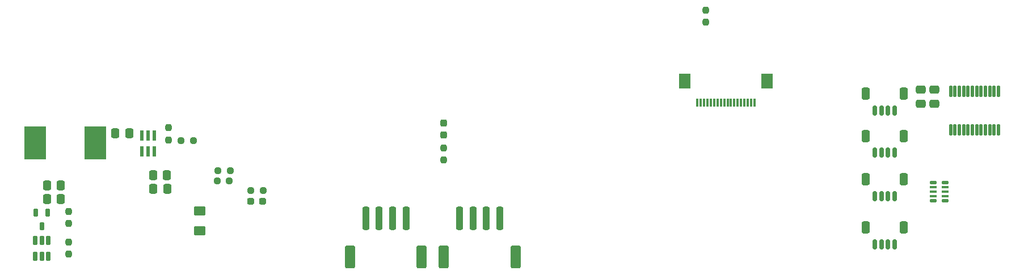
<source format=gbr>
%TF.GenerationSoftware,KiCad,Pcbnew,7.0.1-0*%
%TF.CreationDate,2023-07-27T20:08:02-04:00*%
%TF.ProjectId,Segway V3,53656777-6179-4205-9633-2e6b69636164,V1*%
%TF.SameCoordinates,Original*%
%TF.FileFunction,Paste,Top*%
%TF.FilePolarity,Positive*%
%FSLAX46Y46*%
G04 Gerber Fmt 4.6, Leading zero omitted, Abs format (unit mm)*
G04 Created by KiCad (PCBNEW 7.0.1-0) date 2023-07-27 20:08:02*
%MOMM*%
%LPD*%
G01*
G04 APERTURE LIST*
G04 Aperture macros list*
%AMRoundRect*
0 Rectangle with rounded corners*
0 $1 Rounding radius*
0 $2 $3 $4 $5 $6 $7 $8 $9 X,Y pos of 4 corners*
0 Add a 4 corners polygon primitive as box body*
4,1,4,$2,$3,$4,$5,$6,$7,$8,$9,$2,$3,0*
0 Add four circle primitives for the rounded corners*
1,1,$1+$1,$2,$3*
1,1,$1+$1,$4,$5*
1,1,$1+$1,$6,$7*
1,1,$1+$1,$8,$9*
0 Add four rect primitives between the rounded corners*
20,1,$1+$1,$2,$3,$4,$5,0*
20,1,$1+$1,$4,$5,$6,$7,0*
20,1,$1+$1,$6,$7,$8,$9,0*
20,1,$1+$1,$8,$9,$2,$3,0*%
G04 Aperture macros list end*
%ADD10RoundRect,0.237500X-0.237500X0.287500X-0.237500X-0.287500X0.237500X-0.287500X0.237500X0.287500X0*%
%ADD11RoundRect,0.250000X-0.337500X-0.475000X0.337500X-0.475000X0.337500X0.475000X-0.337500X0.475000X0*%
%ADD12RoundRect,0.250000X-0.475000X0.337500X-0.475000X-0.337500X0.475000X-0.337500X0.475000X0.337500X0*%
%ADD13RoundRect,0.237500X0.237500X-0.250000X0.237500X0.250000X-0.237500X0.250000X-0.237500X-0.250000X0*%
%ADD14RoundRect,0.150000X-0.150000X-0.625000X0.150000X-0.625000X0.150000X0.625000X-0.150000X0.625000X0*%
%ADD15RoundRect,0.250000X-0.350000X-0.650000X0.350000X-0.650000X0.350000X0.650000X-0.350000X0.650000X0*%
%ADD16RoundRect,0.250000X0.337500X0.475000X-0.337500X0.475000X-0.337500X-0.475000X0.337500X-0.475000X0*%
%ADD17RoundRect,0.250000X-0.250000X-1.500000X0.250000X-1.500000X0.250000X1.500000X-0.250000X1.500000X0*%
%ADD18RoundRect,0.250001X-0.499999X-1.449999X0.499999X-1.449999X0.499999X1.449999X-0.499999X1.449999X0*%
%ADD19RoundRect,0.237500X0.250000X0.237500X-0.250000X0.237500X-0.250000X-0.237500X0.250000X-0.237500X0*%
%ADD20RoundRect,0.041300X0.253700X-0.683700X0.253700X0.683700X-0.253700X0.683700X-0.253700X-0.683700X0*%
%ADD21RoundRect,0.237500X-0.287500X-0.237500X0.287500X-0.237500X0.287500X0.237500X-0.287500X0.237500X0*%
%ADD22RoundRect,0.237500X-0.250000X-0.237500X0.250000X-0.237500X0.250000X0.237500X-0.250000X0.237500X0*%
%ADD23RoundRect,0.250001X-0.624999X0.462499X-0.624999X-0.462499X0.624999X-0.462499X0.624999X0.462499X0*%
%ADD24RoundRect,0.090000X0.210000X-0.585000X0.210000X0.585000X-0.210000X0.585000X-0.210000X-0.585000X0*%
%ADD25RoundRect,0.020500X-0.429500X-0.184500X0.429500X-0.184500X0.429500X0.184500X-0.429500X0.184500X0*%
%ADD26RoundRect,0.012400X-0.437600X-0.142600X0.437600X-0.142600X0.437600X0.142600X-0.437600X0.142600X0*%
%ADD27RoundRect,0.020500X0.429500X0.184500X-0.429500X0.184500X-0.429500X-0.184500X0.429500X-0.184500X0*%
%ADD28RoundRect,0.012400X0.437600X0.142600X-0.437600X0.142600X-0.437600X-0.142600X0.437600X-0.142600X0*%
%ADD29R,3.175000X4.950000*%
%ADD30RoundRect,0.020500X0.184500X-0.764500X0.184500X0.764500X-0.184500X0.764500X-0.184500X-0.764500X0*%
%ADD31R,0.300000X1.300000*%
%ADD32R,1.800000X2.200000*%
%ADD33RoundRect,0.048800X-0.256200X0.541200X-0.256200X-0.541200X0.256200X-0.541200X0.256200X0.541200X0*%
G04 APERTURE END LIST*
D10*
%TO.C,D1*%
X150400000Y-124925000D03*
X150400000Y-126675000D03*
%TD*%
D11*
%TO.C,Cout2*%
X91162500Y-136200000D03*
X93237500Y-136200000D03*
%TD*%
D12*
%TO.C,C_i2C1*%
X223600000Y-119925000D03*
X223600000Y-122000000D03*
%TD*%
D13*
%TO.C,R_LED1*%
X189500000Y-109825000D03*
X189500000Y-108000000D03*
%TD*%
D14*
%TO.C,Qw4*%
X214700000Y-143000000D03*
X215700000Y-143000000D03*
X216700000Y-143000000D03*
X217700000Y-143000000D03*
D15*
X213400000Y-140475000D03*
X219000000Y-140475000D03*
%TD*%
D16*
%TO.C,Cin2*%
X109087500Y-132712500D03*
X107012500Y-132712500D03*
%TD*%
D17*
%TO.C,E2*%
X152750000Y-139150000D03*
X154750000Y-139150000D03*
X156750000Y-139150000D03*
X158750000Y-139150000D03*
D18*
X150400000Y-144900000D03*
X161100000Y-144900000D03*
%TD*%
D13*
%TO.C,R_ZVD_2*%
X94400000Y-144475000D03*
X94400000Y-142650000D03*
%TD*%
D14*
%TO.C,Qw2*%
X214700000Y-129325000D03*
X215700000Y-129325000D03*
X216700000Y-129325000D03*
X217700000Y-129325000D03*
D15*
X213400000Y-126800000D03*
X219000000Y-126800000D03*
%TD*%
D19*
%TO.C,Rfbt1*%
X113000000Y-127500000D03*
X111175000Y-127500000D03*
%TD*%
D20*
%TO.C,U3*%
X105307502Y-129080000D03*
X106257502Y-129080000D03*
X107207502Y-129080000D03*
X107207502Y-126770000D03*
X106257502Y-126770000D03*
X105307502Y-126770000D03*
%TD*%
D21*
%TO.C,D2*%
X121625000Y-136600000D03*
X123375000Y-136600000D03*
%TD*%
D22*
%TO.C,RBAT2*%
X116587500Y-133500000D03*
X118412500Y-133500000D03*
%TD*%
D23*
%TO.C,F1*%
X114000000Y-138025000D03*
X114000000Y-141000000D03*
%TD*%
D24*
%TO.C,Q1*%
X89450000Y-144747500D03*
X90400000Y-144747500D03*
X91350000Y-144747500D03*
X91350000Y-142377500D03*
X90400000Y-142377500D03*
X89450000Y-142377500D03*
%TD*%
D14*
%TO.C,Qw3*%
X214700000Y-135825000D03*
X215700000Y-135825000D03*
X216700000Y-135825000D03*
X217700000Y-135825000D03*
D15*
X213400000Y-133300000D03*
X219000000Y-133300000D03*
%TD*%
D19*
%TO.C,R_PWR1*%
X123412500Y-135000000D03*
X121587500Y-135000000D03*
%TD*%
D16*
%TO.C,Cin1*%
X109125000Y-134712500D03*
X107050000Y-134712500D03*
%TD*%
D13*
%TO.C,Rfbb1*%
X109300000Y-127412500D03*
X109300000Y-125587500D03*
%TD*%
D11*
%TO.C,Cbst1*%
X101362500Y-126412500D03*
X103437500Y-126412500D03*
%TD*%
D13*
%TO.C,R_MOTOR1*%
X150400000Y-130400000D03*
X150400000Y-128575000D03*
%TD*%
D25*
%TO.C,RN1*%
X223430000Y-133800000D03*
D26*
X223430000Y-134490000D03*
X223430000Y-135130000D03*
X223430000Y-135770000D03*
D25*
X223430000Y-136460000D03*
D27*
X225200000Y-136460000D03*
D28*
X225200000Y-135770000D03*
X225200000Y-135130000D03*
X225200000Y-134490000D03*
D27*
X225200000Y-133800000D03*
%TD*%
D17*
%TO.C,E1*%
X138750000Y-139150000D03*
X140750000Y-139150000D03*
X142750000Y-139150000D03*
X144750000Y-139150000D03*
D18*
X136400000Y-144900000D03*
X147100000Y-144900000D03*
%TD*%
D12*
%TO.C,C_i2C2*%
X221600000Y-119925000D03*
X221600000Y-122000000D03*
%TD*%
D29*
%TO.C,L1*%
X98407500Y-127812500D03*
X89392500Y-127812500D03*
%TD*%
D11*
%TO.C,Cout1*%
X91162500Y-134200000D03*
X93237500Y-134200000D03*
%TD*%
D22*
%TO.C,RBAT1*%
X116675000Y-132000000D03*
X118500000Y-132000000D03*
%TD*%
D30*
%TO.C,U2*%
X226025000Y-125870000D03*
X226675000Y-125870000D03*
X227325000Y-125870000D03*
X227975000Y-125870000D03*
X228625000Y-125870000D03*
X229275000Y-125870000D03*
X229925000Y-125870000D03*
X230575000Y-125870000D03*
X231225000Y-125870000D03*
X231875000Y-125870000D03*
X232525000Y-125870000D03*
X233175000Y-125870000D03*
X233175000Y-120130000D03*
X232525000Y-120130000D03*
X231875000Y-120130000D03*
X231225000Y-120130000D03*
X230575000Y-120130000D03*
X229925000Y-120130000D03*
X229275000Y-120130000D03*
X228625000Y-120130000D03*
X227975000Y-120130000D03*
X227325000Y-120130000D03*
X226675000Y-120130000D03*
X226025000Y-120130000D03*
%TD*%
D14*
%TO.C,Qw1*%
X214700000Y-123000000D03*
X215700000Y-123000000D03*
X216700000Y-123000000D03*
X217700000Y-123000000D03*
D15*
X213400000Y-120475000D03*
X219000000Y-120475000D03*
%TD*%
D13*
%TO.C,R_ZVD_1*%
X94400000Y-139912500D03*
X94400000Y-138087500D03*
%TD*%
D31*
%TO.C,U4*%
X196750000Y-121850000D03*
X196250000Y-121850000D03*
X195750000Y-121850000D03*
X195250000Y-121850000D03*
X194750000Y-121850000D03*
X194250000Y-121850000D03*
X193750000Y-121850000D03*
X193250000Y-121850000D03*
X192750000Y-121850000D03*
X192250000Y-121850000D03*
X191750000Y-121850000D03*
X191250000Y-121850000D03*
X190750000Y-121850000D03*
X190250000Y-121850000D03*
X189750000Y-121850000D03*
X189250000Y-121850000D03*
X188750000Y-121850000D03*
X188250000Y-121850000D03*
D32*
X198650000Y-118600000D03*
X186350000Y-118600000D03*
%TD*%
D33*
%TO.C,Q2*%
X91315000Y-138287500D03*
X89485000Y-138287500D03*
X90400000Y-140337500D03*
%TD*%
M02*

</source>
